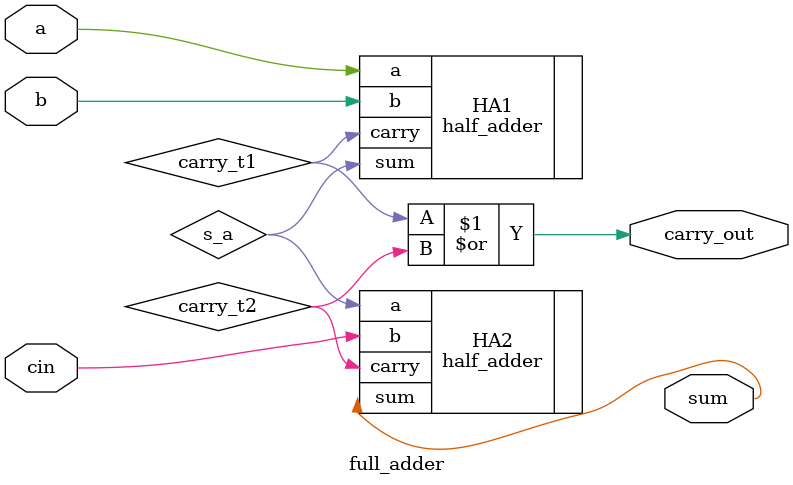
<source format=v>
module full_adder(
input a,b,cin,
output sum,carry_out
);
wire s_a,carry_t1,carry_t2;
half_adder HA1(.a(a),.b(b),.sum(s_a),.carry(carry_t1));
half_adder HA2(.a(s_a),.b(cin),.sum(sum),.carry(carry_t2));
assign carry_out=carry_t1|carry_t2;


endmodule

</source>
